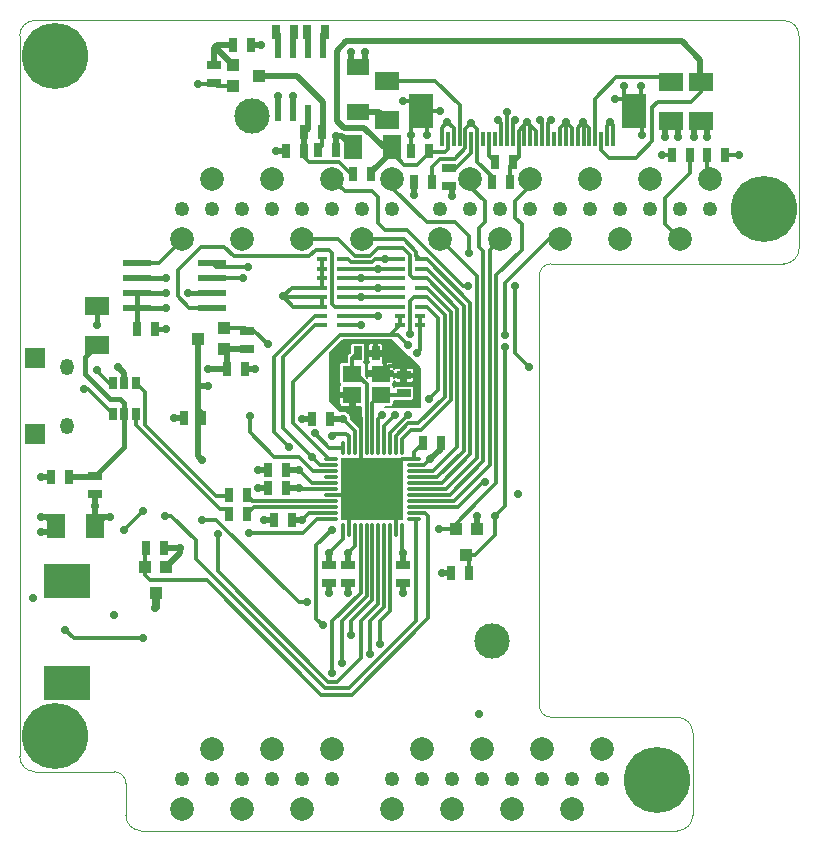
<source format=gbl>
G04 (created by PCBNEW (2013-07-07 BZR 4022)-stable) date 23/06/2014 21:29:36*
%MOIN*%
G04 Gerber Fmt 3.4, Leading zero omitted, Abs format*
%FSLAX34Y34*%
G01*
G70*
G90*
G04 APERTURE LIST*
%ADD10C,0.00590551*%
%ADD11C,0.000393701*%
%ADD12R,0.15748X0.11811*%
%ADD13C,0.0787402*%
%ADD14C,0.0492126*%
%ADD15O,0.0452756X0.0551181*%
%ADD16R,0.0669291X0.0669291*%
%ADD17R,0.0433071X0.0433071*%
%ADD18C,0.11811*%
%ADD19O,0.0511811X0.011811*%
%ADD20O,0.011811X0.0511811*%
%ADD21R,0.208661X0.208661*%
%ADD22R,0.0354331X0.0177165*%
%ADD23R,0.025X0.045*%
%ADD24R,0.045X0.025*%
%ADD25R,0.06X0.08*%
%ADD26R,0.08X0.06*%
%ADD27R,0.0236X0.0551*%
%ADD28R,0.0748031X0.0551181*%
%ADD29R,0.0272X0.0394*%
%ADD30R,0.0629921X0.0551181*%
%ADD31C,0.220472*%
%ADD32R,0.0944701X0.0236*%
%ADD33R,0.011811X0.0511811*%
%ADD34R,0.0787402X0.11811*%
%ADD35C,0.0275591*%
%ADD36C,0.011811*%
%ADD37C,0.019685*%
%ADD38C,0.015748*%
%ADD39C,0.0275591*%
%ADD40C,0.00787402*%
G04 APERTURE END LIST*
G54D10*
G54D11*
X42173Y-51606D02*
X42173Y-27590D01*
X42173Y-27590D02*
G75*
G02X42685Y-27078I511J0D01*
G74*
G01*
X45716Y-52511D02*
X45716Y-53574D01*
X42685Y-52118D02*
X45322Y-52118D01*
X67645Y-27078D02*
X42685Y-27078D01*
X68157Y-34677D02*
X68157Y-27590D01*
X59889Y-35188D02*
X67645Y-35188D01*
X59496Y-49913D02*
X59496Y-35582D01*
X64102Y-50307D02*
X59889Y-50307D01*
X64614Y-53574D02*
X64614Y-50818D01*
X46228Y-54086D02*
X64102Y-54086D01*
X45322Y-52118D02*
G75*
G02X45716Y-52511I0J-393D01*
G74*
G01*
X42685Y-52118D02*
G75*
G02X42173Y-51606I0J511D01*
G74*
G01*
X67645Y-27078D02*
G75*
G02X68157Y-27590I0J-511D01*
G74*
G01*
X68157Y-34678D02*
G75*
G02X67645Y-35188I-511J0D01*
G74*
G01*
X59496Y-35581D02*
G75*
G02X59889Y-35188I393J0D01*
G74*
G01*
X59889Y-50307D02*
G75*
G02X59496Y-49913I0J393D01*
G74*
G01*
X64103Y-50307D02*
G75*
G02X64614Y-50818I0J-511D01*
G74*
G01*
X64614Y-53575D02*
G75*
G02X64102Y-54086I-511J0D01*
G74*
G01*
X46227Y-54086D02*
G75*
G02X45716Y-53574I0J511D01*
G74*
G01*
G54D12*
X43748Y-45779D03*
X43748Y-49165D03*
G54D13*
X54602Y-32370D03*
X53602Y-34370D03*
X52602Y-32370D03*
X51602Y-34370D03*
X50602Y-32370D03*
X49602Y-34370D03*
X48602Y-32370D03*
X47602Y-34370D03*
G54D14*
X54602Y-33370D03*
X53602Y-33370D03*
X52602Y-33370D03*
X51602Y-33370D03*
X50602Y-33370D03*
X49602Y-33370D03*
X48602Y-33370D03*
X47602Y-33370D03*
G54D13*
X52602Y-51370D03*
X51602Y-53370D03*
X50602Y-51370D03*
X49602Y-53370D03*
X48602Y-51370D03*
X47602Y-53370D03*
G54D14*
X52602Y-52370D03*
X51602Y-52370D03*
X50602Y-52370D03*
X49602Y-52370D03*
X48602Y-52370D03*
X47602Y-52370D03*
G54D13*
X65202Y-32370D03*
X64202Y-34370D03*
X63202Y-32370D03*
X62202Y-34370D03*
X61202Y-32370D03*
X60202Y-34370D03*
X59202Y-32370D03*
X58202Y-34370D03*
X56202Y-34370D03*
G54D14*
X65202Y-33370D03*
X64202Y-33370D03*
X63202Y-33370D03*
X62202Y-33370D03*
X61202Y-33370D03*
X60202Y-33370D03*
X59202Y-33370D03*
X58202Y-33370D03*
X57202Y-33370D03*
X56202Y-33370D03*
G54D13*
X57202Y-32370D03*
X61602Y-51370D03*
X60602Y-53370D03*
X59602Y-51370D03*
X58602Y-53370D03*
X57602Y-51370D03*
X56602Y-53370D03*
X55602Y-51370D03*
X54602Y-53370D03*
G54D14*
X61602Y-52370D03*
X60602Y-52370D03*
X59602Y-52370D03*
X58602Y-52370D03*
X57602Y-52370D03*
X56602Y-52370D03*
X55602Y-52370D03*
X54602Y-52370D03*
G54D15*
X43767Y-38614D03*
X43767Y-40582D03*
G54D16*
X42704Y-38338D03*
X42704Y-40858D03*
G54D17*
X47062Y-45295D03*
X46362Y-45295D03*
X46712Y-46161D03*
G54D18*
X49905Y-30267D03*
X57905Y-47767D03*
G54D19*
X52559Y-43681D03*
X52559Y-43484D03*
X52559Y-43287D03*
X52559Y-43090D03*
X52559Y-42893D03*
X52559Y-42696D03*
X52559Y-42500D03*
X52559Y-42303D03*
X52559Y-42106D03*
X52559Y-41909D03*
X52559Y-41712D03*
G54D20*
X52952Y-41318D03*
X53149Y-41318D03*
X53346Y-41318D03*
X53543Y-41318D03*
X53740Y-41318D03*
X53937Y-41318D03*
X54133Y-41318D03*
X54330Y-41318D03*
X54527Y-41318D03*
X54724Y-41318D03*
X54921Y-41318D03*
G54D19*
X55314Y-41712D03*
X55314Y-41909D03*
X55314Y-42106D03*
X55314Y-42303D03*
X55314Y-42500D03*
X55314Y-42696D03*
X55314Y-42893D03*
X55314Y-43090D03*
X55314Y-43287D03*
X55314Y-43484D03*
X55314Y-43681D03*
G54D20*
X54921Y-44074D03*
X54724Y-44074D03*
X54527Y-44074D03*
X54330Y-44074D03*
X54133Y-44074D03*
X53937Y-44074D03*
X53740Y-44074D03*
X53543Y-44074D03*
X53346Y-44074D03*
X53149Y-44074D03*
X52952Y-44074D03*
G54D21*
X53937Y-42696D03*
G54D22*
X52933Y-35039D03*
X52933Y-35354D03*
X52933Y-35669D03*
X52933Y-35984D03*
X52933Y-36299D03*
X52933Y-36614D03*
X52933Y-36929D03*
X52933Y-37244D03*
X52263Y-37244D03*
X52263Y-36929D03*
X52263Y-36614D03*
X52263Y-36299D03*
X52263Y-35984D03*
X52263Y-35669D03*
X52263Y-35354D03*
X52263Y-35039D03*
X54842Y-37244D03*
X54842Y-36929D03*
X54842Y-36614D03*
X54842Y-36299D03*
X54842Y-35984D03*
X54842Y-35669D03*
X54842Y-35354D03*
X54842Y-35039D03*
X55511Y-35039D03*
X55511Y-35354D03*
X55511Y-35669D03*
X55511Y-35984D03*
X55511Y-36299D03*
X55511Y-36614D03*
X55511Y-36929D03*
X55511Y-37244D03*
G54D23*
X48252Y-40314D03*
X47652Y-40314D03*
X53440Y-38169D03*
X54040Y-38169D03*
G54D24*
X54980Y-39512D03*
X54980Y-38912D03*
G54D23*
X46097Y-37362D03*
X46697Y-37362D03*
X51048Y-42047D03*
X50448Y-42047D03*
G54D24*
X52500Y-45231D03*
X52500Y-45831D03*
G54D23*
X55831Y-31437D03*
X55231Y-31437D03*
X49089Y-38700D03*
X49689Y-38700D03*
X55910Y-32460D03*
X55310Y-32460D03*
X57908Y-32460D03*
X58508Y-32460D03*
G54D24*
X56476Y-32003D03*
X56476Y-32603D03*
G54D23*
X51244Y-43720D03*
X50644Y-43720D03*
G54D24*
X53110Y-45231D03*
X53110Y-45831D03*
G54D23*
X52121Y-31397D03*
X52721Y-31397D03*
X50723Y-27460D03*
X51323Y-27460D03*
X52347Y-27460D03*
X51747Y-27460D03*
X51638Y-31417D03*
X51038Y-31417D03*
X52268Y-30807D03*
X51668Y-30807D03*
X51048Y-42657D03*
X50448Y-42657D03*
X49286Y-27913D03*
X49886Y-27913D03*
X52524Y-40354D03*
X51924Y-40354D03*
X43823Y-42283D03*
X43223Y-42283D03*
X56205Y-41161D03*
X55605Y-41161D03*
G54D24*
X54960Y-45231D03*
X54960Y-45831D03*
X49763Y-37416D03*
X49763Y-38016D03*
G54D23*
X56570Y-45511D03*
X57170Y-45511D03*
X58026Y-31811D03*
X58626Y-31811D03*
G54D24*
X44685Y-42278D03*
X44685Y-42878D03*
G54D23*
X53902Y-32204D03*
X53302Y-32204D03*
G54D24*
X48661Y-29177D03*
X48661Y-28577D03*
G54D23*
X49148Y-43523D03*
X49748Y-43523D03*
X49148Y-42913D03*
X49748Y-42913D03*
G54D25*
X54587Y-31299D03*
X53287Y-31299D03*
G54D26*
X54429Y-29094D03*
X54429Y-30394D03*
G54D25*
X44685Y-43917D03*
X43385Y-43917D03*
G54D26*
X64881Y-29133D03*
X64881Y-30433D03*
X63897Y-29133D03*
X63897Y-30433D03*
G54D27*
X50785Y-30164D03*
X50785Y-28064D03*
X51285Y-30164D03*
X51785Y-30164D03*
X52285Y-30164D03*
X51285Y-28064D03*
X51785Y-28064D03*
X52285Y-28064D03*
G54D28*
X53464Y-30118D03*
X53464Y-28622D03*
G54D17*
X48996Y-38046D03*
X48996Y-37346D03*
X48129Y-37696D03*
X57416Y-44035D03*
X56716Y-44035D03*
X57066Y-44901D03*
X49291Y-28567D03*
X49291Y-29267D03*
X50157Y-28917D03*
G54D29*
X45295Y-39173D03*
X46043Y-39173D03*
X45669Y-39173D03*
X46043Y-40197D03*
X45295Y-40197D03*
X45669Y-40197D03*
G54D30*
X53267Y-38858D03*
X54212Y-38858D03*
X54212Y-39566D03*
X53267Y-39566D03*
G54D23*
X46392Y-44665D03*
X46992Y-44665D03*
G54D31*
X66976Y-33377D03*
X43354Y-28259D03*
X63433Y-52393D03*
X43354Y-50937D03*
G54D23*
X64532Y-31574D03*
X63932Y-31574D03*
X65093Y-31574D03*
X65693Y-31574D03*
G54D26*
X44744Y-36613D03*
X44744Y-37913D03*
G54D32*
X46095Y-35155D03*
X48589Y-35155D03*
X46095Y-35655D03*
X46095Y-36155D03*
X46095Y-36655D03*
X48589Y-35655D03*
X48589Y-36155D03*
X48589Y-36655D03*
G54D33*
X61956Y-31015D03*
X61759Y-31015D03*
X61562Y-31015D03*
X61366Y-31015D03*
X61169Y-31015D03*
X60972Y-31015D03*
X60775Y-31015D03*
X60578Y-31015D03*
X60381Y-31015D03*
X60185Y-31015D03*
X59988Y-31015D03*
X59791Y-31015D03*
X59594Y-31015D03*
X59397Y-31015D03*
X59200Y-31015D03*
X59003Y-31015D03*
X58807Y-31015D03*
X58610Y-31015D03*
X58413Y-31015D03*
X58216Y-31015D03*
X58019Y-31015D03*
X57822Y-31015D03*
X57625Y-31015D03*
X57429Y-31015D03*
X57232Y-31015D03*
X57035Y-31015D03*
X56838Y-31015D03*
X56641Y-31015D03*
X56444Y-31015D03*
X56248Y-31015D03*
G54D34*
X55559Y-30090D03*
X62645Y-30090D03*
G54D35*
X47795Y-36161D03*
X47066Y-36653D03*
X47066Y-36161D03*
X57224Y-30492D03*
X51476Y-42657D03*
X57480Y-50196D03*
X48740Y-28016D03*
X45196Y-43622D03*
X44685Y-43248D03*
X45314Y-46889D03*
X42637Y-46338D03*
X48444Y-38700D03*
X66141Y-31574D03*
X63602Y-31574D03*
X56240Y-45511D03*
X54960Y-44822D03*
X54133Y-36929D03*
X55846Y-41712D03*
X51476Y-42047D03*
X51574Y-43720D03*
X52952Y-40354D03*
X52500Y-44822D03*
X53110Y-44822D03*
X48129Y-29192D03*
X47007Y-43582D03*
X48779Y-44192D03*
X55807Y-39704D03*
X52007Y-40826D03*
X54271Y-40216D03*
X45669Y-44055D03*
X46279Y-43444D03*
X54704Y-40216D03*
X54370Y-35039D03*
X58700Y-30413D03*
X54114Y-35354D03*
X58405Y-30118D03*
X53543Y-35669D03*
X58129Y-30413D03*
X46692Y-46653D03*
X50452Y-37874D03*
X57696Y-42460D03*
X58681Y-35944D03*
X57106Y-35944D03*
X59153Y-38641D03*
X55137Y-40216D03*
X51751Y-46476D03*
X48267Y-43720D03*
X55177Y-37519D03*
X49822Y-44153D03*
X57145Y-34842D03*
X52598Y-48818D03*
X52913Y-48503D03*
X53858Y-48188D03*
X54173Y-47874D03*
X58366Y-37952D03*
X55413Y-38169D03*
X58011Y-43602D03*
X49625Y-35669D03*
X54133Y-35984D03*
X59507Y-30413D03*
X49783Y-35295D03*
X53543Y-36299D03*
X59881Y-30413D03*
X55137Y-37913D03*
X58366Y-37559D03*
X51909Y-41614D03*
X56141Y-44035D03*
X49842Y-40275D03*
X48267Y-41732D03*
X48464Y-39271D03*
X46299Y-47677D03*
X43700Y-47401D03*
X53228Y-47559D03*
X52598Y-40944D03*
X51161Y-41299D03*
X52578Y-44055D03*
X52283Y-47244D03*
X55236Y-30905D03*
X54940Y-29763D03*
X56181Y-30098D03*
X55767Y-30905D03*
X62893Y-29271D03*
X62322Y-29271D03*
X62027Y-29685D03*
X62913Y-30905D03*
X47047Y-37362D03*
X47066Y-35649D03*
X47519Y-44665D03*
X45452Y-38622D03*
X47322Y-40314D03*
X42874Y-44133D03*
X42874Y-43622D03*
X42893Y-42283D03*
X50314Y-43720D03*
X58779Y-42874D03*
X50019Y-38700D03*
X65098Y-30964D03*
X64665Y-30964D03*
X64114Y-30964D03*
X63681Y-30964D03*
X50964Y-36279D03*
X59094Y-30472D03*
X53543Y-37244D03*
X50216Y-27913D03*
X61870Y-30472D03*
X60964Y-30472D03*
X60374Y-30472D03*
X56437Y-30472D03*
X53700Y-28129D03*
X53228Y-28129D03*
X56594Y-32933D03*
X55314Y-32913D03*
X50708Y-31417D03*
X52736Y-30944D03*
X51279Y-29606D03*
X50787Y-29606D03*
X57421Y-43602D03*
X53110Y-43523D03*
X54763Y-43523D03*
X53110Y-41870D03*
X53937Y-42696D03*
X54763Y-41870D03*
X51594Y-40354D03*
X53267Y-40059D03*
X52736Y-39566D03*
X54980Y-38582D03*
X54370Y-38169D03*
X54960Y-46161D03*
X53110Y-46161D03*
X52500Y-46161D03*
X50118Y-42657D03*
X50118Y-42047D03*
X44744Y-37224D03*
X44744Y-38740D03*
X44311Y-39350D03*
G54D36*
X51638Y-31417D02*
X51638Y-31618D01*
X53228Y-32204D02*
X53302Y-32204D01*
X52814Y-31791D02*
X53228Y-32204D01*
X51811Y-31791D02*
X52814Y-31791D01*
X51638Y-31618D02*
X51811Y-31791D01*
G54D37*
X51638Y-31417D02*
X51638Y-30837D01*
X51638Y-30837D02*
X51668Y-30807D01*
X51785Y-30164D02*
X51785Y-30690D01*
X51785Y-30690D02*
X51668Y-30807D01*
G54D38*
X46095Y-36655D02*
X46095Y-37360D01*
X46095Y-37360D02*
X46097Y-37362D01*
X48589Y-36155D02*
X47801Y-36155D01*
X47801Y-36155D02*
X47795Y-36161D01*
X46095Y-36655D02*
X47064Y-36655D01*
X47064Y-36655D02*
X47066Y-36653D01*
X46095Y-36155D02*
X47061Y-36155D01*
X47061Y-36155D02*
X47066Y-36161D01*
X46095Y-36655D02*
X46095Y-36155D01*
G54D36*
X57429Y-31055D02*
X57429Y-31799D01*
X57908Y-32278D02*
X57908Y-32460D01*
X57429Y-31799D02*
X57908Y-32278D01*
X57429Y-31055D02*
X57429Y-30696D01*
X57429Y-30696D02*
X57224Y-30492D01*
X57035Y-30681D02*
X57224Y-30492D01*
X57035Y-30681D02*
X57035Y-31055D01*
X55910Y-32460D02*
X55910Y-31963D01*
X57035Y-31330D02*
X57035Y-31055D01*
X56673Y-31692D02*
X57035Y-31330D01*
X56181Y-31692D02*
X56673Y-31692D01*
X55910Y-31963D02*
X56181Y-31692D01*
G54D37*
X51048Y-42657D02*
X51476Y-42657D01*
G54D36*
X51515Y-42696D02*
X51476Y-42657D01*
X51515Y-42696D02*
X52559Y-42696D01*
G54D37*
X44685Y-43917D02*
X44980Y-43622D01*
X44980Y-43622D02*
X45196Y-43622D01*
X44685Y-42878D02*
X44685Y-42879D01*
X44685Y-42879D02*
X44685Y-43248D01*
X44685Y-43248D02*
X44685Y-43917D01*
X51574Y-43720D02*
X51244Y-43720D01*
X49089Y-38700D02*
X49089Y-38140D01*
X49089Y-38140D02*
X48996Y-38046D01*
X49089Y-38700D02*
X48444Y-38700D01*
X48996Y-38046D02*
X49733Y-38046D01*
X49733Y-38046D02*
X49763Y-38016D01*
G54D36*
X65693Y-31574D02*
X66141Y-31574D01*
X63932Y-31574D02*
X63602Y-31574D01*
G54D37*
X56240Y-45511D02*
X56570Y-45511D01*
G54D36*
X52933Y-36929D02*
X54133Y-36929D01*
X56205Y-41161D02*
X56205Y-41353D01*
X55649Y-41909D02*
X55846Y-41712D01*
X55649Y-41909D02*
X55314Y-41909D01*
G54D37*
X56205Y-41353D02*
X55846Y-41712D01*
X49291Y-28567D02*
X48740Y-28016D01*
X48740Y-28016D02*
X48735Y-28011D01*
X48735Y-28011D02*
X48661Y-28011D01*
X48661Y-28577D02*
X48661Y-28011D01*
X48759Y-27913D02*
X48661Y-28011D01*
X48759Y-27913D02*
X49286Y-27913D01*
X51048Y-42047D02*
X51476Y-42047D01*
G54D36*
X51929Y-42500D02*
X51476Y-42047D01*
X51929Y-42500D02*
X52559Y-42500D01*
G54D37*
X52524Y-40354D02*
X52952Y-40354D01*
G54D36*
X53346Y-40748D02*
X52952Y-40354D01*
X53346Y-40748D02*
X53346Y-41318D01*
G54D37*
X54960Y-45231D02*
X54960Y-44822D01*
G54D36*
X54921Y-44783D02*
X54960Y-44822D01*
X54921Y-44783D02*
X54921Y-44074D01*
G54D37*
X52500Y-45231D02*
X52500Y-44822D01*
G54D36*
X52952Y-44370D02*
X52500Y-44822D01*
X52952Y-44370D02*
X52952Y-44074D01*
X51811Y-43484D02*
X51574Y-43720D01*
X51811Y-43484D02*
X52559Y-43484D01*
X61562Y-31015D02*
X61562Y-31405D01*
X64881Y-29448D02*
X64881Y-29133D01*
X64547Y-29783D02*
X64881Y-29448D01*
X63444Y-29783D02*
X64547Y-29783D01*
X63267Y-29960D02*
X63444Y-29783D01*
X63267Y-31102D02*
X63267Y-29960D01*
X62716Y-31653D02*
X63267Y-31102D01*
X61811Y-31653D02*
X62716Y-31653D01*
X61562Y-31405D02*
X61811Y-31653D01*
G54D37*
X54587Y-31299D02*
X54311Y-31299D01*
X54311Y-31299D02*
X53661Y-30649D01*
X64862Y-28385D02*
X64862Y-29133D01*
X64251Y-27775D02*
X64862Y-28385D01*
X53070Y-27775D02*
X64251Y-27775D01*
X52755Y-28090D02*
X53070Y-27775D01*
X52755Y-30433D02*
X52755Y-28090D01*
X52972Y-30649D02*
X52755Y-30433D01*
X53661Y-30649D02*
X52972Y-30649D01*
G54D36*
X54587Y-31299D02*
X54587Y-31476D01*
X55885Y-31437D02*
X55831Y-31437D01*
X55433Y-31889D02*
X55885Y-31437D01*
X55000Y-31889D02*
X55433Y-31889D01*
X54587Y-31476D02*
X55000Y-31889D01*
X56444Y-31055D02*
X56444Y-31370D01*
X56444Y-31370D02*
X56338Y-31476D01*
X56338Y-31476D02*
X55870Y-31476D01*
X55870Y-31476D02*
X55831Y-31437D01*
X53902Y-32204D02*
X53902Y-32140D01*
X54587Y-31456D02*
X54587Y-31299D01*
G54D37*
X53902Y-32140D02*
X54587Y-31456D01*
X53110Y-45231D02*
X53110Y-44822D01*
G54D36*
X53346Y-44586D02*
X53110Y-44822D01*
X53346Y-44586D02*
X53346Y-44074D01*
X48646Y-29192D02*
X48661Y-29177D01*
X48129Y-29192D02*
X48646Y-29192D01*
X48661Y-29177D02*
X48750Y-29267D01*
X48750Y-29267D02*
X49291Y-29267D01*
X48051Y-44409D02*
X47224Y-43582D01*
X47224Y-43582D02*
X47007Y-43582D01*
X55314Y-43681D02*
X55393Y-43759D01*
X48051Y-45039D02*
X48051Y-44409D01*
X52342Y-49330D02*
X48051Y-45039D01*
X53149Y-49330D02*
X52342Y-49330D01*
X55393Y-47086D02*
X53149Y-49330D01*
X55393Y-43759D02*
X55393Y-47086D01*
X48779Y-44192D02*
X48779Y-45433D01*
X52460Y-49114D02*
X48779Y-45433D01*
X54133Y-44074D02*
X54133Y-46515D01*
X52755Y-49114D02*
X52460Y-49114D01*
X53543Y-48326D02*
X52755Y-49114D01*
X53543Y-47106D02*
X53543Y-48326D01*
X54133Y-46515D02*
X53543Y-47106D01*
X55807Y-39704D02*
X56122Y-39389D01*
X52952Y-41318D02*
X52500Y-41318D01*
X52500Y-41318D02*
X52007Y-40826D01*
X55748Y-36614D02*
X55511Y-36614D01*
X56122Y-36988D02*
X55748Y-36614D01*
X56122Y-39389D02*
X56122Y-36988D01*
X51161Y-34940D02*
X49311Y-34940D01*
X47836Y-36655D02*
X48392Y-36655D01*
X47440Y-36259D02*
X47836Y-36655D01*
X47440Y-35393D02*
X47440Y-36259D01*
X48208Y-34625D02*
X47440Y-35393D01*
X48996Y-34625D02*
X48208Y-34625D01*
X49311Y-34940D02*
X48996Y-34625D01*
X52933Y-36614D02*
X52696Y-36614D01*
X51830Y-34940D02*
X51161Y-34940D01*
X51161Y-34940D02*
X51141Y-34940D01*
X52047Y-34724D02*
X51830Y-34940D01*
X52500Y-34724D02*
X52047Y-34724D01*
X52598Y-34822D02*
X52500Y-34724D01*
X52598Y-36515D02*
X52598Y-34822D01*
X52696Y-36614D02*
X52598Y-36515D01*
X54842Y-36614D02*
X52933Y-36614D01*
X65093Y-31574D02*
X65093Y-32261D01*
X65093Y-32261D02*
X65202Y-32370D01*
X54133Y-41318D02*
X54133Y-40354D01*
X54133Y-40354D02*
X54271Y-40216D01*
X64202Y-34370D02*
X63700Y-33868D01*
X64532Y-32160D02*
X64532Y-31574D01*
X63700Y-32992D02*
X64532Y-32160D01*
X63700Y-33868D02*
X63700Y-32992D01*
X45669Y-44055D02*
X46279Y-43444D01*
X54330Y-41318D02*
X54330Y-40590D01*
X54330Y-40590D02*
X54704Y-40216D01*
X58610Y-30503D02*
X58700Y-30413D01*
X58610Y-30503D02*
X58610Y-31055D01*
X52933Y-35039D02*
X53129Y-35039D01*
X54370Y-35039D02*
X54842Y-35039D01*
X54035Y-35039D02*
X54370Y-35039D01*
X53937Y-35137D02*
X54035Y-35039D01*
X53228Y-35137D02*
X53937Y-35137D01*
X53129Y-35039D02*
X53228Y-35137D01*
X55511Y-35039D02*
X55748Y-35039D01*
X55748Y-35039D02*
X57204Y-36496D01*
X55511Y-35039D02*
X55393Y-34921D01*
X55393Y-34921D02*
X55393Y-34783D01*
X55393Y-34783D02*
X54980Y-34370D01*
X54980Y-34370D02*
X53602Y-34370D01*
X55314Y-42500D02*
X56240Y-42500D01*
X57204Y-41535D02*
X57204Y-36496D01*
X56240Y-42500D02*
X57204Y-41535D01*
X55314Y-42303D02*
X56102Y-42303D01*
X55748Y-35354D02*
X55511Y-35354D01*
X56988Y-36594D02*
X55748Y-35354D01*
X56988Y-41417D02*
X56988Y-36594D01*
X56102Y-42303D02*
X56988Y-41417D01*
X55511Y-35669D02*
X55275Y-35669D01*
X52795Y-34370D02*
X51602Y-34370D01*
X53366Y-34940D02*
X52795Y-34370D01*
X53838Y-34940D02*
X53366Y-34940D01*
X54114Y-34665D02*
X53838Y-34940D01*
X54960Y-34665D02*
X54114Y-34665D01*
X55177Y-34881D02*
X54960Y-34665D01*
X55177Y-35570D02*
X55177Y-34881D01*
X55275Y-35669D02*
X55177Y-35570D01*
X55314Y-42106D02*
X55964Y-42106D01*
X55748Y-35669D02*
X55511Y-35669D01*
X56771Y-36692D02*
X55748Y-35669D01*
X56771Y-41299D02*
X56771Y-36692D01*
X55964Y-42106D02*
X56771Y-41299D01*
X58413Y-30125D02*
X58405Y-30118D01*
X58413Y-30125D02*
X58413Y-31055D01*
X54842Y-35354D02*
X54114Y-35354D01*
X54114Y-35354D02*
X52933Y-35354D01*
X58216Y-30500D02*
X58129Y-30413D01*
X58216Y-30500D02*
X58216Y-31055D01*
X52933Y-35669D02*
X53543Y-35669D01*
X53543Y-35669D02*
X54842Y-35669D01*
G54D39*
X46712Y-46633D02*
X46712Y-46161D01*
X46692Y-46653D02*
X46712Y-46633D01*
G54D36*
X46362Y-45295D02*
X46362Y-45555D01*
X46535Y-45728D02*
X48405Y-45728D01*
X46362Y-45555D02*
X46535Y-45728D01*
X46362Y-45295D02*
X46362Y-44695D01*
X46362Y-44695D02*
X46392Y-44665D01*
X55314Y-43484D02*
X55688Y-43484D01*
X52224Y-49547D02*
X48405Y-45728D01*
X53248Y-49547D02*
X52224Y-49547D01*
X55787Y-47007D02*
X53248Y-49547D01*
X55787Y-43582D02*
X55787Y-47007D01*
X55688Y-43484D02*
X55787Y-43582D01*
X49995Y-37416D02*
X50452Y-37874D01*
X49763Y-37416D02*
X49995Y-37416D01*
X48996Y-37346D02*
X49694Y-37346D01*
X49694Y-37346D02*
X49763Y-37416D01*
X55314Y-42696D02*
X56377Y-42696D01*
X57421Y-35588D02*
X56202Y-34370D01*
X57421Y-41653D02*
X57421Y-35588D01*
X56377Y-42696D02*
X57421Y-41653D01*
X55314Y-42893D02*
X56515Y-42893D01*
X57202Y-32615D02*
X57202Y-32370D01*
X57696Y-33110D02*
X57202Y-32615D01*
X57696Y-33799D02*
X57696Y-33110D01*
X57500Y-33996D02*
X57696Y-33799D01*
X57500Y-34625D02*
X57500Y-33996D01*
X57637Y-34763D02*
X57500Y-34625D01*
X57637Y-41771D02*
X57637Y-34763D01*
X56515Y-42893D02*
X57637Y-41771D01*
X58202Y-34370D02*
X57854Y-34718D01*
X57854Y-34718D02*
X57854Y-34724D01*
X55314Y-43090D02*
X56653Y-43090D01*
X57854Y-41889D02*
X57854Y-34724D01*
X56653Y-43090D02*
X57854Y-41889D01*
X57322Y-42755D02*
X57618Y-42460D01*
X57618Y-42460D02*
X57696Y-42460D01*
X56968Y-35944D02*
X57106Y-35944D01*
X55098Y-34074D02*
X56968Y-35944D01*
X54370Y-34074D02*
X55098Y-34074D01*
X54114Y-33818D02*
X54370Y-34074D01*
X54114Y-32952D02*
X54114Y-33818D01*
X53937Y-32775D02*
X54114Y-32952D01*
X53007Y-32775D02*
X53937Y-32775D01*
X52602Y-32370D02*
X53007Y-32775D01*
X58681Y-38169D02*
X58681Y-35944D01*
X58681Y-38169D02*
X59153Y-38641D01*
X57322Y-42755D02*
X56791Y-43287D01*
X55314Y-43287D02*
X56791Y-43287D01*
X46095Y-35155D02*
X46836Y-35155D01*
X46836Y-35155D02*
X47622Y-34370D01*
X48720Y-43720D02*
X51476Y-46476D01*
X51476Y-46476D02*
X51751Y-46476D01*
X54527Y-40826D02*
X54803Y-40551D01*
X54803Y-40551D02*
X54803Y-40551D01*
X54803Y-40551D02*
X55137Y-40216D01*
X54527Y-41318D02*
X54527Y-40826D01*
X48720Y-43720D02*
X48267Y-43720D01*
X55511Y-36299D02*
X55314Y-36299D01*
X55177Y-36437D02*
X55177Y-37519D01*
X55314Y-36299D02*
X55177Y-36437D01*
X54724Y-41318D02*
X54724Y-40925D01*
X55748Y-36299D02*
X55511Y-36299D01*
X56338Y-36889D02*
X55748Y-36299D01*
X56338Y-39625D02*
X56338Y-36889D01*
X55452Y-40511D02*
X56338Y-39625D01*
X55137Y-40511D02*
X55452Y-40511D01*
X54724Y-40925D02*
X55137Y-40511D01*
X52086Y-43681D02*
X52559Y-43681D01*
X51614Y-44153D02*
X49822Y-44153D01*
X52086Y-43681D02*
X51614Y-44153D01*
X54602Y-32653D02*
X55748Y-33799D01*
X55748Y-33799D02*
X56673Y-33799D01*
X56673Y-33799D02*
X57145Y-34271D01*
X57145Y-34271D02*
X57145Y-34842D01*
X54602Y-32370D02*
X54602Y-32653D01*
X53543Y-46161D02*
X52598Y-47106D01*
X52598Y-47106D02*
X52598Y-48818D01*
X53543Y-44074D02*
X53543Y-46161D01*
X53740Y-44074D02*
X53740Y-46279D01*
X52913Y-47106D02*
X52913Y-48503D01*
X53740Y-46279D02*
X52913Y-47106D01*
X54330Y-44074D02*
X54330Y-46633D01*
X53858Y-47106D02*
X53858Y-48188D01*
X54330Y-46633D02*
X53858Y-47106D01*
X54527Y-44074D02*
X54527Y-46751D01*
X54173Y-47106D02*
X54173Y-47874D01*
X54527Y-46751D02*
X54173Y-47106D01*
X58011Y-43602D02*
X58366Y-43248D01*
X58366Y-43248D02*
X58366Y-41496D01*
X58366Y-37952D02*
X58366Y-41496D01*
X55511Y-37244D02*
X55511Y-38070D01*
X55511Y-38070D02*
X55413Y-38169D01*
X55511Y-36929D02*
X55511Y-37244D01*
X57066Y-44901D02*
X57342Y-44901D01*
X57342Y-44901D02*
X58011Y-44232D01*
X58011Y-44232D02*
X58011Y-43602D01*
X57170Y-45511D02*
X57170Y-45004D01*
X57170Y-45004D02*
X57066Y-44901D01*
X48589Y-35655D02*
X48603Y-35669D01*
X48603Y-35669D02*
X49625Y-35669D01*
X59594Y-30500D02*
X59507Y-30413D01*
X59594Y-30500D02*
X59594Y-31055D01*
X54842Y-35984D02*
X54133Y-35984D01*
X54133Y-35984D02*
X52933Y-35984D01*
X54921Y-41318D02*
X54921Y-41062D01*
X55748Y-35984D02*
X55511Y-35984D01*
X56555Y-36791D02*
X55748Y-35984D01*
X56555Y-39744D02*
X56555Y-36791D01*
X55570Y-40728D02*
X56555Y-39744D01*
X55236Y-40728D02*
X55570Y-40728D01*
X54921Y-41043D02*
X55236Y-40728D01*
X49783Y-35295D02*
X48729Y-35295D01*
X48729Y-35295D02*
X48589Y-35155D01*
X59791Y-30503D02*
X59881Y-30413D01*
X59791Y-30503D02*
X59791Y-31055D01*
X52933Y-36299D02*
X53543Y-36299D01*
X53543Y-36299D02*
X54842Y-36299D01*
X54537Y-37549D02*
X54773Y-37549D01*
X54773Y-37549D02*
X55137Y-37913D01*
X59822Y-34370D02*
X60202Y-34370D01*
X58366Y-35826D02*
X59822Y-34370D01*
X58366Y-37559D02*
X58366Y-35826D01*
X54842Y-37244D02*
X54842Y-36929D01*
X52864Y-37549D02*
X54537Y-37549D01*
X54537Y-37549D02*
X54842Y-37244D01*
X52559Y-41712D02*
X52480Y-41712D01*
X51279Y-39133D02*
X52864Y-37549D01*
X51279Y-40511D02*
X51279Y-39133D01*
X52480Y-41712D02*
X51279Y-40511D01*
X57500Y-43070D02*
X58070Y-42500D01*
X58070Y-42500D02*
X58070Y-41751D01*
X56716Y-44035D02*
X56716Y-43853D01*
X59202Y-32588D02*
X59202Y-32370D01*
X58070Y-41751D02*
X58070Y-35570D01*
X58070Y-35570D02*
X58917Y-34724D01*
X58917Y-34724D02*
X58917Y-33877D01*
X58917Y-33877D02*
X58700Y-33661D01*
X58700Y-33661D02*
X58700Y-33090D01*
X58700Y-33090D02*
X59202Y-32588D01*
X56716Y-43853D02*
X57500Y-43070D01*
X50964Y-39212D02*
X50964Y-38307D01*
X52027Y-37244D02*
X52263Y-37244D01*
X50964Y-38307D02*
X52027Y-37244D01*
X50964Y-40669D02*
X50964Y-39212D01*
X51909Y-41614D02*
X50964Y-40669D01*
X52559Y-41909D02*
X52204Y-41909D01*
X56141Y-44035D02*
X56716Y-44035D01*
X52204Y-41909D02*
X51909Y-41614D01*
X49842Y-40275D02*
X49842Y-40787D01*
X50669Y-41614D02*
X51476Y-41614D01*
X49842Y-40787D02*
X50669Y-41614D01*
X52559Y-42106D02*
X51968Y-42106D01*
X51968Y-42106D02*
X51476Y-41614D01*
X46043Y-39173D02*
X46062Y-39173D01*
X46358Y-40570D02*
X48720Y-42933D01*
X46358Y-39468D02*
X46358Y-40570D01*
X46062Y-39173D02*
X46358Y-39468D01*
X49148Y-42913D02*
X49129Y-42933D01*
X49129Y-42933D02*
X48720Y-42933D01*
X46043Y-40197D02*
X46043Y-40570D01*
X46043Y-40570D02*
X48838Y-43366D01*
X49148Y-43523D02*
X49091Y-43366D01*
X49091Y-43366D02*
X48838Y-43366D01*
G54D37*
X48252Y-40314D02*
X48252Y-40181D01*
X48252Y-40181D02*
X48129Y-40059D01*
X48252Y-40314D02*
X48149Y-40314D01*
X48129Y-40295D02*
X48252Y-40314D01*
X48149Y-40314D02*
X48129Y-40295D01*
X48464Y-39271D02*
X48129Y-39271D01*
X48129Y-39271D02*
X48129Y-39291D01*
X48129Y-37696D02*
X48129Y-39291D01*
X48129Y-39291D02*
X48129Y-40059D01*
X48129Y-40059D02*
X48129Y-41594D01*
X48129Y-41594D02*
X48267Y-41732D01*
G54D36*
X43976Y-47677D02*
X46299Y-47677D01*
X43700Y-47401D02*
X43976Y-47677D01*
X53937Y-44074D02*
X53937Y-46397D01*
X53228Y-47106D02*
X53228Y-47559D01*
X53937Y-46397D02*
X53228Y-47106D01*
X50649Y-39114D02*
X50649Y-38307D01*
X52027Y-36929D02*
X52263Y-36929D01*
X50649Y-38307D02*
X52027Y-36929D01*
X52972Y-40866D02*
X52677Y-40866D01*
X52677Y-40866D02*
X52598Y-40944D01*
X50649Y-40787D02*
X50649Y-39114D01*
X51161Y-41299D02*
X50649Y-40787D01*
X53070Y-40866D02*
X52972Y-40866D01*
X52578Y-44055D02*
X52066Y-44566D01*
X53149Y-41318D02*
X53149Y-40944D01*
X53149Y-40944D02*
X53070Y-40866D01*
X52066Y-47027D02*
X52283Y-47244D01*
X52066Y-44566D02*
X52066Y-47027D01*
X55231Y-31437D02*
X55236Y-31432D01*
X55236Y-30413D02*
X55236Y-30905D01*
X55236Y-30413D02*
X55559Y-30090D01*
X55236Y-31432D02*
X55236Y-30905D01*
X55559Y-30090D02*
X55232Y-29763D01*
X55232Y-29763D02*
X54940Y-29763D01*
X55559Y-30090D02*
X55566Y-30098D01*
X55566Y-30098D02*
X56181Y-30098D01*
X55559Y-30090D02*
X55767Y-30299D01*
X55767Y-30299D02*
X55767Y-30905D01*
X62645Y-30090D02*
X62893Y-29842D01*
X62893Y-29842D02*
X62893Y-29271D01*
X62645Y-30090D02*
X62322Y-29767D01*
X62322Y-29767D02*
X62322Y-29271D01*
X62645Y-30090D02*
X62240Y-29685D01*
X62240Y-29685D02*
X62027Y-29685D01*
X62645Y-30090D02*
X62913Y-30358D01*
X62913Y-30358D02*
X62913Y-30905D01*
G54D38*
X46697Y-37362D02*
X47047Y-37362D01*
X46095Y-35655D02*
X47061Y-35655D01*
X47061Y-35655D02*
X47066Y-35649D01*
G54D37*
X47519Y-44665D02*
X47519Y-44838D01*
X46992Y-44665D02*
X47519Y-44665D01*
X47519Y-44838D02*
X47062Y-45295D01*
X45669Y-39173D02*
X45669Y-38838D01*
X45669Y-38838D02*
X45452Y-38622D01*
X47652Y-40314D02*
X47322Y-40314D01*
X43385Y-43917D02*
X43168Y-44133D01*
X43168Y-44133D02*
X42874Y-44133D01*
X43385Y-43917D02*
X43090Y-43622D01*
X43090Y-43622D02*
X42874Y-43622D01*
X43223Y-42283D02*
X42893Y-42283D01*
X50644Y-43720D02*
X50314Y-43720D01*
X49689Y-38700D02*
X50019Y-38700D01*
X64881Y-30433D02*
X65098Y-30650D01*
X65098Y-30650D02*
X65098Y-30964D01*
X64881Y-30433D02*
X64665Y-30650D01*
X64665Y-30650D02*
X64665Y-30964D01*
X63897Y-30433D02*
X64114Y-30650D01*
X64114Y-30650D02*
X64114Y-30964D01*
X63897Y-30433D02*
X63681Y-30650D01*
X63681Y-30650D02*
X63681Y-30964D01*
G54D36*
X52263Y-36614D02*
X51299Y-36614D01*
X50984Y-36299D02*
X50964Y-36279D01*
X52263Y-36299D02*
X50984Y-36299D01*
X51259Y-35984D02*
X52263Y-35984D01*
X51259Y-35984D02*
X50964Y-36279D01*
X51299Y-36614D02*
X50964Y-36279D01*
X52263Y-35039D02*
X52263Y-35354D01*
X52263Y-35354D02*
X52263Y-35669D01*
X52263Y-35984D02*
X52263Y-35669D01*
X52263Y-36614D02*
X52263Y-36299D01*
X59397Y-31055D02*
X59397Y-30775D01*
X59397Y-30775D02*
X59094Y-30472D01*
X58807Y-31055D02*
X58807Y-30759D01*
X59200Y-30578D02*
X59094Y-30472D01*
X59200Y-31055D02*
X59200Y-30578D01*
X59003Y-30562D02*
X59003Y-31055D01*
X59003Y-30562D02*
X59094Y-30472D01*
X58807Y-30759D02*
X59094Y-30472D01*
X52933Y-37244D02*
X53543Y-37244D01*
X55605Y-41161D02*
X55314Y-41451D01*
X55314Y-41451D02*
X55314Y-41712D01*
G54D37*
X49886Y-27913D02*
X50216Y-27913D01*
G54D36*
X61956Y-31055D02*
X61956Y-30559D01*
X61759Y-30582D02*
X61870Y-30472D01*
X61759Y-30582D02*
X61759Y-31055D01*
X61956Y-30559D02*
X61870Y-30472D01*
X61169Y-31055D02*
X61169Y-30677D01*
X61169Y-30677D02*
X60964Y-30472D01*
X60775Y-31055D02*
X60775Y-30661D01*
X60972Y-30480D02*
X60964Y-30472D01*
X60972Y-30480D02*
X60972Y-31055D01*
X60775Y-30661D02*
X60964Y-30472D01*
X60578Y-31055D02*
X60578Y-30677D01*
X60578Y-30677D02*
X60374Y-30472D01*
X60185Y-31055D02*
X60185Y-30661D01*
X60381Y-30480D02*
X60374Y-30472D01*
X60381Y-30480D02*
X60381Y-31055D01*
X60185Y-30661D02*
X60374Y-30472D01*
X56641Y-31055D02*
X56641Y-30677D01*
X56248Y-30661D02*
X56437Y-30472D01*
X56248Y-30661D02*
X56248Y-31055D01*
X56641Y-30677D02*
X56437Y-30472D01*
X53464Y-28622D02*
X53700Y-28385D01*
G54D37*
X53700Y-28385D02*
X53700Y-28129D01*
G54D36*
X53464Y-28622D02*
X53228Y-28385D01*
G54D37*
X53228Y-28385D02*
X53228Y-28129D01*
G54D36*
X58508Y-32460D02*
X58508Y-31929D01*
X58508Y-31929D02*
X58626Y-31811D01*
X58807Y-31055D02*
X58807Y-31630D01*
X58807Y-31630D02*
X58626Y-31811D01*
G54D37*
X56476Y-32603D02*
X56594Y-32721D01*
X56594Y-32721D02*
X56594Y-32933D01*
X55310Y-32460D02*
X55310Y-32908D01*
G54D36*
X55310Y-32908D02*
X55314Y-32913D01*
G54D37*
X51038Y-31417D02*
X50708Y-31417D01*
X52736Y-30944D02*
X52932Y-30944D01*
G54D36*
X52721Y-30959D02*
X52736Y-30944D01*
G54D37*
X52721Y-31397D02*
X52721Y-30959D01*
X52932Y-30944D02*
X53287Y-31299D01*
X51285Y-30164D02*
X51285Y-29612D01*
X51285Y-29612D02*
X51279Y-29606D01*
X50785Y-30164D02*
X50785Y-29608D01*
X50785Y-29608D02*
X50787Y-29606D01*
X57416Y-44035D02*
X57416Y-43606D01*
G54D36*
X57416Y-43606D02*
X57421Y-43602D01*
X53110Y-43523D02*
X53937Y-42696D01*
X54763Y-43523D02*
X53937Y-42696D01*
X53110Y-41870D02*
X53937Y-42696D01*
X54763Y-41870D02*
X53937Y-42696D01*
G54D37*
X51924Y-40354D02*
X51594Y-40354D01*
G54D36*
X53543Y-41318D02*
X53543Y-40334D01*
X53267Y-40059D02*
X53267Y-39566D01*
X53543Y-40334D02*
X53267Y-40059D01*
X53267Y-39566D02*
X52736Y-39566D01*
X54980Y-38582D02*
X54488Y-38582D01*
X54980Y-38912D02*
X54980Y-38582D01*
X54488Y-38582D02*
X54212Y-38858D01*
X54370Y-38169D02*
X54370Y-38700D01*
X54040Y-38169D02*
X54370Y-38169D01*
X54370Y-38700D02*
X54212Y-38858D01*
G54D37*
X54960Y-45831D02*
X54960Y-46161D01*
X53110Y-45831D02*
X53110Y-46161D01*
X52500Y-45831D02*
X52500Y-46161D01*
G54D36*
X53149Y-44074D02*
X53149Y-43484D01*
X53149Y-43484D02*
X53937Y-42696D01*
X54724Y-44074D02*
X54724Y-43484D01*
X54724Y-43484D02*
X53937Y-42696D01*
X55314Y-41712D02*
X54921Y-41712D01*
X54921Y-41712D02*
X53937Y-42696D01*
X53543Y-41318D02*
X53543Y-42303D01*
X53543Y-42303D02*
X53937Y-42696D01*
G54D37*
X50448Y-42657D02*
X50118Y-42657D01*
X50448Y-42047D02*
X50118Y-42047D01*
G54D36*
X52559Y-42893D02*
X53740Y-42893D01*
X53740Y-42893D02*
X53937Y-42696D01*
X64094Y-28975D02*
X62067Y-28975D01*
X61362Y-31015D02*
X61366Y-31015D01*
X61362Y-29681D02*
X61362Y-31015D01*
X62067Y-28975D02*
X61362Y-29681D01*
G54D37*
X53464Y-30118D02*
X54153Y-30118D01*
X54153Y-30118D02*
X54429Y-30394D01*
G54D36*
X54212Y-39566D02*
X54925Y-39566D01*
X54925Y-39566D02*
X54980Y-39512D01*
X53937Y-41318D02*
X53937Y-39842D01*
X53937Y-39842D02*
X54212Y-39566D01*
X53267Y-38858D02*
X53267Y-38341D01*
X53267Y-38341D02*
X53440Y-38169D01*
X53740Y-41318D02*
X53740Y-39212D01*
X53385Y-38858D02*
X53267Y-38858D01*
X53740Y-39212D02*
X53385Y-38858D01*
X54429Y-29094D02*
X56023Y-29094D01*
X56838Y-31055D02*
X56838Y-29909D01*
X56838Y-29909D02*
X56023Y-29094D01*
X56476Y-32003D02*
X56737Y-32003D01*
X57232Y-31507D02*
X57232Y-31055D01*
X56737Y-32003D02*
X57232Y-31507D01*
X57822Y-31055D02*
X57822Y-31607D01*
X57822Y-31607D02*
X58026Y-31811D01*
X52268Y-30807D02*
X52268Y-31250D01*
X52268Y-31250D02*
X52121Y-31397D01*
G54D37*
X52285Y-30164D02*
X52285Y-30790D01*
X52285Y-30790D02*
X52268Y-30807D01*
X52285Y-29785D02*
X52285Y-30164D01*
X51417Y-28917D02*
X52285Y-29785D01*
X50157Y-28917D02*
X51417Y-28917D01*
X51785Y-28064D02*
X51785Y-27498D01*
X51785Y-27498D02*
X51747Y-27460D01*
X52285Y-28064D02*
X52285Y-27522D01*
X52285Y-27522D02*
X52347Y-27460D01*
X51285Y-28064D02*
X51285Y-27498D01*
X51285Y-27498D02*
X51323Y-27460D01*
X50785Y-28064D02*
X50785Y-27522D01*
X50785Y-27522D02*
X50723Y-27460D01*
G54D38*
X44744Y-37224D02*
X44744Y-36613D01*
G54D36*
X44744Y-38740D02*
X44724Y-38740D01*
X44724Y-38740D02*
X45216Y-39232D01*
X44311Y-39350D02*
X44448Y-39350D01*
X44448Y-39350D02*
X45295Y-40197D01*
X52559Y-43287D02*
X49985Y-43287D01*
X49985Y-43287D02*
X49748Y-43523D01*
X52559Y-43090D02*
X49925Y-43090D01*
X49925Y-43090D02*
X49748Y-42913D01*
G54D38*
X44468Y-38956D02*
X44370Y-38858D01*
X44370Y-38287D02*
X44744Y-37913D01*
X44370Y-38858D02*
X44370Y-38287D01*
X45669Y-40197D02*
X45669Y-41294D01*
X45669Y-41294D02*
X44685Y-42278D01*
X45669Y-39822D02*
X45669Y-40197D01*
X45531Y-39685D02*
X45669Y-39822D01*
X45196Y-39685D02*
X45531Y-39685D01*
X44468Y-38956D02*
X45196Y-39685D01*
G54D37*
X44685Y-42278D02*
X44680Y-42283D01*
X44680Y-42283D02*
X43823Y-42283D01*
G54D10*
G36*
X55511Y-39980D02*
X55256Y-39980D01*
X55190Y-39952D01*
X55085Y-39952D01*
X55018Y-39980D01*
X54823Y-39980D01*
X54757Y-39952D01*
X54652Y-39952D01*
X54585Y-39980D01*
X54390Y-39980D01*
X54362Y-39968D01*
X54552Y-39968D01*
X54598Y-39949D01*
X54634Y-39913D01*
X54653Y-39867D01*
X54653Y-39817D01*
X54653Y-39751D01*
X54702Y-39751D01*
X54730Y-39763D01*
X54780Y-39763D01*
X55230Y-39763D01*
X55276Y-39744D01*
X55312Y-39709D01*
X55331Y-39662D01*
X55331Y-39612D01*
X55331Y-39362D01*
X55331Y-39062D01*
X55331Y-38762D01*
X55312Y-38716D01*
X55276Y-38680D01*
X55230Y-38661D01*
X55180Y-38661D01*
X55090Y-38661D01*
X55059Y-38693D01*
X55059Y-38850D01*
X55299Y-38850D01*
X55331Y-38818D01*
X55331Y-38762D01*
X55331Y-39062D01*
X55331Y-39006D01*
X55299Y-38975D01*
X55059Y-38975D01*
X55059Y-39132D01*
X55090Y-39163D01*
X55180Y-39163D01*
X55230Y-39163D01*
X55276Y-39144D01*
X55312Y-39108D01*
X55331Y-39062D01*
X55331Y-39362D01*
X55312Y-39316D01*
X55276Y-39280D01*
X55230Y-39261D01*
X55180Y-39261D01*
X54730Y-39261D01*
X54684Y-39280D01*
X54653Y-39311D01*
X54653Y-39266D01*
X54634Y-39220D01*
X54626Y-39212D01*
X54634Y-39205D01*
X54653Y-39159D01*
X54653Y-39113D01*
X54683Y-39144D01*
X54730Y-39163D01*
X54780Y-39163D01*
X54870Y-39163D01*
X54901Y-39132D01*
X54901Y-38975D01*
X54901Y-38850D01*
X54901Y-38693D01*
X54870Y-38661D01*
X54780Y-38661D01*
X54730Y-38661D01*
X54683Y-38680D01*
X54653Y-38711D01*
X54653Y-38607D01*
X54653Y-38557D01*
X54634Y-38511D01*
X54598Y-38475D01*
X54552Y-38456D01*
X54322Y-38456D01*
X54291Y-38488D01*
X54291Y-38456D01*
X54291Y-38456D01*
X54275Y-38456D01*
X54291Y-38419D01*
X54291Y-38369D01*
X54291Y-37969D01*
X54291Y-37919D01*
X54271Y-37872D01*
X54236Y-37837D01*
X54190Y-37818D01*
X54134Y-37818D01*
X54102Y-37849D01*
X54102Y-38090D01*
X54259Y-38090D01*
X54291Y-38059D01*
X54291Y-37969D01*
X54291Y-38369D01*
X54291Y-38279D01*
X54259Y-38248D01*
X54102Y-38248D01*
X54102Y-38255D01*
X53977Y-38255D01*
X53977Y-38248D01*
X53977Y-38090D01*
X53977Y-37849D01*
X53946Y-37818D01*
X53890Y-37818D01*
X53843Y-37837D01*
X53808Y-37872D01*
X53789Y-37919D01*
X53789Y-37969D01*
X53789Y-38059D01*
X53820Y-38090D01*
X53977Y-38090D01*
X53977Y-38248D01*
X53820Y-38248D01*
X53789Y-38279D01*
X53789Y-38369D01*
X53789Y-38419D01*
X53808Y-38465D01*
X53822Y-38479D01*
X53790Y-38511D01*
X53771Y-38557D01*
X53771Y-38607D01*
X53771Y-38748D01*
X53803Y-38779D01*
X54133Y-38779D01*
X54133Y-38771D01*
X54291Y-38771D01*
X54291Y-38771D01*
X54291Y-38779D01*
X54622Y-38779D01*
X54629Y-38772D01*
X54629Y-38818D01*
X54660Y-38850D01*
X54901Y-38850D01*
X54901Y-38975D01*
X54660Y-38975D01*
X54653Y-38982D01*
X54653Y-38968D01*
X54622Y-38937D01*
X54291Y-38937D01*
X54291Y-38944D01*
X54291Y-38944D01*
X54133Y-38944D01*
X54133Y-38937D01*
X53803Y-38937D01*
X53771Y-38968D01*
X53771Y-38982D01*
X53708Y-38919D01*
X53708Y-38557D01*
X53689Y-38511D01*
X53657Y-38479D01*
X53671Y-38465D01*
X53691Y-38419D01*
X53691Y-38369D01*
X53691Y-37919D01*
X53672Y-37873D01*
X53636Y-37837D01*
X53590Y-37818D01*
X53540Y-37818D01*
X53290Y-37818D01*
X53243Y-37837D01*
X53208Y-37872D01*
X53189Y-37919D01*
X53189Y-37969D01*
X53189Y-38158D01*
X53136Y-38210D01*
X53096Y-38270D01*
X53082Y-38341D01*
X53082Y-38456D01*
X52927Y-38456D01*
X52881Y-38475D01*
X52846Y-38511D01*
X52826Y-38557D01*
X52826Y-38607D01*
X52826Y-39158D01*
X52845Y-39205D01*
X52853Y-39212D01*
X52846Y-39219D01*
X52826Y-39266D01*
X52826Y-39316D01*
X52826Y-39456D01*
X52858Y-39488D01*
X53188Y-39488D01*
X53188Y-39480D01*
X53346Y-39480D01*
X53346Y-39488D01*
X53354Y-39488D01*
X53354Y-39645D01*
X53346Y-39645D01*
X53346Y-39937D01*
X53377Y-39968D01*
X53555Y-39968D01*
X53555Y-41114D01*
X53555Y-41318D01*
X53555Y-41405D01*
X53531Y-41405D01*
X53531Y-41318D01*
X53531Y-41114D01*
X53531Y-40748D01*
X53517Y-40677D01*
X53477Y-40617D01*
X53477Y-40617D01*
X53216Y-40356D01*
X53216Y-40302D01*
X53188Y-40235D01*
X53188Y-39937D01*
X53188Y-39645D01*
X52858Y-39645D01*
X52826Y-39677D01*
X52826Y-39817D01*
X52826Y-39867D01*
X52846Y-39913D01*
X52881Y-39949D01*
X52927Y-39968D01*
X53157Y-39968D01*
X53188Y-39937D01*
X53188Y-40235D01*
X53176Y-40205D01*
X53102Y-40130D01*
X53005Y-40090D01*
X52900Y-40090D01*
X52859Y-40107D01*
X52519Y-39767D01*
X52519Y-38165D01*
X52949Y-37736D01*
X54570Y-37736D01*
X55511Y-38677D01*
X55511Y-39980D01*
X55511Y-39980D01*
G37*
G54D40*
X55511Y-39980D02*
X55256Y-39980D01*
X55190Y-39952D01*
X55085Y-39952D01*
X55018Y-39980D01*
X54823Y-39980D01*
X54757Y-39952D01*
X54652Y-39952D01*
X54585Y-39980D01*
X54390Y-39980D01*
X54362Y-39968D01*
X54552Y-39968D01*
X54598Y-39949D01*
X54634Y-39913D01*
X54653Y-39867D01*
X54653Y-39817D01*
X54653Y-39751D01*
X54702Y-39751D01*
X54730Y-39763D01*
X54780Y-39763D01*
X55230Y-39763D01*
X55276Y-39744D01*
X55312Y-39709D01*
X55331Y-39662D01*
X55331Y-39612D01*
X55331Y-39362D01*
X55331Y-39062D01*
X55331Y-38762D01*
X55312Y-38716D01*
X55276Y-38680D01*
X55230Y-38661D01*
X55180Y-38661D01*
X55090Y-38661D01*
X55059Y-38693D01*
X55059Y-38850D01*
X55299Y-38850D01*
X55331Y-38818D01*
X55331Y-38762D01*
X55331Y-39062D01*
X55331Y-39006D01*
X55299Y-38975D01*
X55059Y-38975D01*
X55059Y-39132D01*
X55090Y-39163D01*
X55180Y-39163D01*
X55230Y-39163D01*
X55276Y-39144D01*
X55312Y-39108D01*
X55331Y-39062D01*
X55331Y-39362D01*
X55312Y-39316D01*
X55276Y-39280D01*
X55230Y-39261D01*
X55180Y-39261D01*
X54730Y-39261D01*
X54684Y-39280D01*
X54653Y-39311D01*
X54653Y-39266D01*
X54634Y-39220D01*
X54626Y-39212D01*
X54634Y-39205D01*
X54653Y-39159D01*
X54653Y-39113D01*
X54683Y-39144D01*
X54730Y-39163D01*
X54780Y-39163D01*
X54870Y-39163D01*
X54901Y-39132D01*
X54901Y-38975D01*
X54901Y-38850D01*
X54901Y-38693D01*
X54870Y-38661D01*
X54780Y-38661D01*
X54730Y-38661D01*
X54683Y-38680D01*
X54653Y-38711D01*
X54653Y-38607D01*
X54653Y-38557D01*
X54634Y-38511D01*
X54598Y-38475D01*
X54552Y-38456D01*
X54322Y-38456D01*
X54291Y-38488D01*
X54291Y-38456D01*
X54291Y-38456D01*
X54275Y-38456D01*
X54291Y-38419D01*
X54291Y-38369D01*
X54291Y-37969D01*
X54291Y-37919D01*
X54271Y-37872D01*
X54236Y-37837D01*
X54190Y-37818D01*
X54134Y-37818D01*
X54102Y-37849D01*
X54102Y-38090D01*
X54259Y-38090D01*
X54291Y-38059D01*
X54291Y-37969D01*
X54291Y-38369D01*
X54291Y-38279D01*
X54259Y-38248D01*
X54102Y-38248D01*
X54102Y-38255D01*
X53977Y-38255D01*
X53977Y-38248D01*
X53977Y-38090D01*
X53977Y-37849D01*
X53946Y-37818D01*
X53890Y-37818D01*
X53843Y-37837D01*
X53808Y-37872D01*
X53789Y-37919D01*
X53789Y-37969D01*
X53789Y-38059D01*
X53820Y-38090D01*
X53977Y-38090D01*
X53977Y-38248D01*
X53820Y-38248D01*
X53789Y-38279D01*
X53789Y-38369D01*
X53789Y-38419D01*
X53808Y-38465D01*
X53822Y-38479D01*
X53790Y-38511D01*
X53771Y-38557D01*
X53771Y-38607D01*
X53771Y-38748D01*
X53803Y-38779D01*
X54133Y-38779D01*
X54133Y-38771D01*
X54291Y-38771D01*
X54291Y-38771D01*
X54291Y-38779D01*
X54622Y-38779D01*
X54629Y-38772D01*
X54629Y-38818D01*
X54660Y-38850D01*
X54901Y-38850D01*
X54901Y-38975D01*
X54660Y-38975D01*
X54653Y-38982D01*
X54653Y-38968D01*
X54622Y-38937D01*
X54291Y-38937D01*
X54291Y-38944D01*
X54291Y-38944D01*
X54133Y-38944D01*
X54133Y-38937D01*
X53803Y-38937D01*
X53771Y-38968D01*
X53771Y-38982D01*
X53708Y-38919D01*
X53708Y-38557D01*
X53689Y-38511D01*
X53657Y-38479D01*
X53671Y-38465D01*
X53691Y-38419D01*
X53691Y-38369D01*
X53691Y-37919D01*
X53672Y-37873D01*
X53636Y-37837D01*
X53590Y-37818D01*
X53540Y-37818D01*
X53290Y-37818D01*
X53243Y-37837D01*
X53208Y-37872D01*
X53189Y-37919D01*
X53189Y-37969D01*
X53189Y-38158D01*
X53136Y-38210D01*
X53096Y-38270D01*
X53082Y-38341D01*
X53082Y-38456D01*
X52927Y-38456D01*
X52881Y-38475D01*
X52846Y-38511D01*
X52826Y-38557D01*
X52826Y-38607D01*
X52826Y-39158D01*
X52845Y-39205D01*
X52853Y-39212D01*
X52846Y-39219D01*
X52826Y-39266D01*
X52826Y-39316D01*
X52826Y-39456D01*
X52858Y-39488D01*
X53188Y-39488D01*
X53188Y-39480D01*
X53346Y-39480D01*
X53346Y-39488D01*
X53354Y-39488D01*
X53354Y-39645D01*
X53346Y-39645D01*
X53346Y-39937D01*
X53377Y-39968D01*
X53555Y-39968D01*
X53555Y-41114D01*
X53555Y-41318D01*
X53555Y-41405D01*
X53531Y-41405D01*
X53531Y-41318D01*
X53531Y-41114D01*
X53531Y-40748D01*
X53517Y-40677D01*
X53477Y-40617D01*
X53477Y-40617D01*
X53216Y-40356D01*
X53216Y-40302D01*
X53188Y-40235D01*
X53188Y-39937D01*
X53188Y-39645D01*
X52858Y-39645D01*
X52826Y-39677D01*
X52826Y-39817D01*
X52826Y-39867D01*
X52846Y-39913D01*
X52881Y-39949D01*
X52927Y-39968D01*
X53157Y-39968D01*
X53188Y-39937D01*
X53188Y-40235D01*
X53176Y-40205D01*
X53102Y-40130D01*
X53005Y-40090D01*
X52900Y-40090D01*
X52859Y-40107D01*
X52519Y-39767D01*
X52519Y-38165D01*
X52949Y-37736D01*
X54570Y-37736D01*
X55511Y-38677D01*
X55511Y-39980D01*
M02*

</source>
